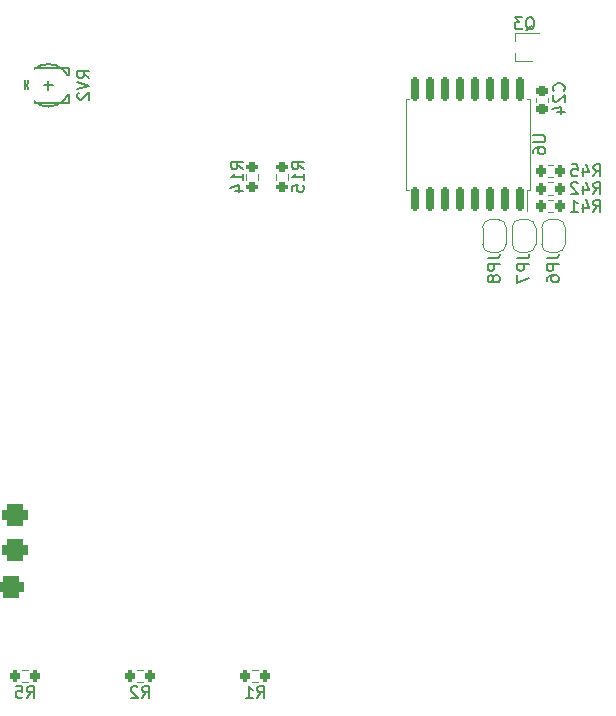
<source format=gbo>
G04 #@! TF.GenerationSoftware,KiCad,Pcbnew,(6.0.7)*
G04 #@! TF.CreationDate,2022-10-03T20:14:31+03:00*
G04 #@! TF.ProjectId,ESP32_blAudio_portable,45535033-325f-4626-9c41-7564696f5f70,rev?*
G04 #@! TF.SameCoordinates,Original*
G04 #@! TF.FileFunction,Legend,Bot*
G04 #@! TF.FilePolarity,Positive*
%FSLAX46Y46*%
G04 Gerber Fmt 4.6, Leading zero omitted, Abs format (unit mm)*
G04 Created by KiCad (PCBNEW (6.0.7)) date 2022-10-03 20:14:31*
%MOMM*%
%LPD*%
G01*
G04 APERTURE LIST*
G04 Aperture macros list*
%AMRoundRect*
0 Rectangle with rounded corners*
0 $1 Rounding radius*
0 $2 $3 $4 $5 $6 $7 $8 $9 X,Y pos of 4 corners*
0 Add a 4 corners polygon primitive as box body*
4,1,4,$2,$3,$4,$5,$6,$7,$8,$9,$2,$3,0*
0 Add four circle primitives for the rounded corners*
1,1,$1+$1,$2,$3*
1,1,$1+$1,$4,$5*
1,1,$1+$1,$6,$7*
1,1,$1+$1,$8,$9*
0 Add four rect primitives between the rounded corners*
20,1,$1+$1,$2,$3,$4,$5,0*
20,1,$1+$1,$4,$5,$6,$7,0*
20,1,$1+$1,$6,$7,$8,$9,0*
20,1,$1+$1,$8,$9,$2,$3,0*%
%AMFreePoly0*
4,1,22,0.500000,-0.750000,0.000000,-0.750000,0.000000,-0.745033,-0.079941,-0.743568,-0.215256,-0.701293,-0.333266,-0.622738,-0.424486,-0.514219,-0.481581,-0.384460,-0.499164,-0.250000,-0.500000,-0.250000,-0.500000,0.250000,-0.499164,0.250000,-0.499963,0.256109,-0.478152,0.396186,-0.417904,0.524511,-0.324060,0.630769,-0.204165,0.706417,-0.067858,0.745374,0.000000,0.744959,0.000000,0.750000,
0.500000,0.750000,0.500000,-0.750000,0.500000,-0.750000,$1*%
%AMFreePoly1*
4,1,20,0.000000,0.744959,0.073905,0.744508,0.209726,0.703889,0.328688,0.626782,0.421226,0.519385,0.479903,0.390333,0.500000,0.250000,0.500000,-0.250000,0.499851,-0.262216,0.476331,-0.402017,0.414519,-0.529596,0.319384,-0.634700,0.198574,-0.708877,0.061801,-0.746166,0.000000,-0.745033,0.000000,-0.750000,-0.500000,-0.750000,-0.500000,0.750000,0.000000,0.750000,0.000000,0.744959,
0.000000,0.744959,$1*%
G04 Aperture macros list end*
%ADD10C,0.150000*%
%ADD11C,0.120000*%
%ADD12C,1.300000*%
%ADD13RoundRect,0.450000X-0.650000X-0.450000X0.650000X-0.450000X0.650000X0.450000X-0.650000X0.450000X0*%
%ADD14RoundRect,0.450000X0.450000X-0.650000X0.450000X0.650000X-0.450000X0.650000X-0.450000X-0.650000X0*%
%ADD15R,1.700000X1.700000*%
%ADD16O,1.700000X1.700000*%
%ADD17C,2.000000*%
%ADD18R,3.200000X2.000000*%
%ADD19R,2.000000X2.000000*%
%ADD20C,4.000000*%
%ADD21C,1.800000*%
%ADD22C,3.200000*%
%ADD23RoundRect,0.225000X-0.250000X0.225000X-0.250000X-0.225000X0.250000X-0.225000X0.250000X0.225000X0*%
%ADD24FreePoly0,90.000000*%
%ADD25FreePoly1,90.000000*%
%ADD26R,0.700000X0.450000*%
%ADD27RoundRect,0.200000X-0.200000X-0.275000X0.200000X-0.275000X0.200000X0.275000X-0.200000X0.275000X0*%
%ADD28RoundRect,0.200000X0.275000X-0.200000X0.275000X0.200000X-0.275000X0.200000X-0.275000X-0.200000X0*%
%ADD29RoundRect,0.150000X0.150000X-0.875000X0.150000X0.875000X-0.150000X0.875000X-0.150000X-0.875000X0*%
%ADD30R,1.200000X1.200000*%
%ADD31R,1.500000X1.600000*%
G04 APERTURE END LIST*
D10*
X107607142Y-29216562D02*
X107654761Y-29168943D01*
X107702380Y-29026086D01*
X107702380Y-28930848D01*
X107654761Y-28787991D01*
X107559523Y-28692753D01*
X107464285Y-28645134D01*
X107273809Y-28597515D01*
X107130952Y-28597515D01*
X106940476Y-28645134D01*
X106845238Y-28692753D01*
X106750000Y-28787991D01*
X106702380Y-28930848D01*
X106702380Y-29026086D01*
X106750000Y-29168943D01*
X106797619Y-29216562D01*
X106797619Y-29597515D02*
X106750000Y-29645134D01*
X106702380Y-29740372D01*
X106702380Y-29978467D01*
X106750000Y-30073705D01*
X106797619Y-30121324D01*
X106892857Y-30168943D01*
X106988095Y-30168943D01*
X107130952Y-30121324D01*
X107702380Y-29549896D01*
X107702380Y-30168943D01*
X107035714Y-31026086D02*
X107702380Y-31026086D01*
X106654761Y-30787991D02*
X107369047Y-30549896D01*
X107369047Y-31168943D01*
X101202380Y-43416666D02*
X101916666Y-43416666D01*
X102059523Y-43369047D01*
X102154761Y-43273809D01*
X102202380Y-43130952D01*
X102202380Y-43035714D01*
X102202380Y-43892857D02*
X101202380Y-43892857D01*
X101202380Y-44273809D01*
X101250000Y-44369047D01*
X101297619Y-44416666D01*
X101392857Y-44464285D01*
X101535714Y-44464285D01*
X101630952Y-44416666D01*
X101678571Y-44369047D01*
X101726190Y-44273809D01*
X101726190Y-43892857D01*
X101630952Y-45035714D02*
X101583333Y-44940476D01*
X101535714Y-44892857D01*
X101440476Y-44845238D01*
X101392857Y-44845238D01*
X101297619Y-44892857D01*
X101250000Y-44940476D01*
X101202380Y-45035714D01*
X101202380Y-45226190D01*
X101250000Y-45321428D01*
X101297619Y-45369047D01*
X101392857Y-45416666D01*
X101440476Y-45416666D01*
X101535714Y-45369047D01*
X101583333Y-45321428D01*
X101630952Y-45226190D01*
X101630952Y-45035714D01*
X101678571Y-44940476D01*
X101726190Y-44892857D01*
X101821428Y-44845238D01*
X102011904Y-44845238D01*
X102107142Y-44892857D01*
X102154761Y-44940476D01*
X102202380Y-45035714D01*
X102202380Y-45226190D01*
X102154761Y-45321428D01*
X102107142Y-45369047D01*
X102011904Y-45416666D01*
X101821428Y-45416666D01*
X101726190Y-45369047D01*
X101678571Y-45321428D01*
X101630952Y-45226190D01*
X104395238Y-24097619D02*
X104490476Y-24050000D01*
X104585714Y-23954761D01*
X104728571Y-23811904D01*
X104823809Y-23764285D01*
X104919047Y-23764285D01*
X104871428Y-24002380D02*
X104966666Y-23954761D01*
X105061904Y-23859523D01*
X105109523Y-23669047D01*
X105109523Y-23335714D01*
X105061904Y-23145238D01*
X104966666Y-23050000D01*
X104871428Y-23002380D01*
X104680952Y-23002380D01*
X104585714Y-23050000D01*
X104490476Y-23145238D01*
X104442857Y-23335714D01*
X104442857Y-23669047D01*
X104490476Y-23859523D01*
X104585714Y-23954761D01*
X104680952Y-24002380D01*
X104871428Y-24002380D01*
X104109523Y-23002380D02*
X103490476Y-23002380D01*
X103823809Y-23383333D01*
X103680952Y-23383333D01*
X103585714Y-23430952D01*
X103538095Y-23478571D01*
X103490476Y-23573809D01*
X103490476Y-23811904D01*
X103538095Y-23907142D01*
X103585714Y-23954761D01*
X103680952Y-24002380D01*
X103966666Y-24002380D01*
X104061904Y-23954761D01*
X104109523Y-23907142D01*
X71916666Y-80632380D02*
X72250000Y-80156190D01*
X72488095Y-80632380D02*
X72488095Y-79632380D01*
X72107142Y-79632380D01*
X72011904Y-79680000D01*
X71964285Y-79727619D01*
X71916666Y-79822857D01*
X71916666Y-79965714D01*
X71964285Y-80060952D01*
X72011904Y-80108571D01*
X72107142Y-80156190D01*
X72488095Y-80156190D01*
X71535714Y-79727619D02*
X71488095Y-79680000D01*
X71392857Y-79632380D01*
X71154761Y-79632380D01*
X71059523Y-79680000D01*
X71011904Y-79727619D01*
X70964285Y-79822857D01*
X70964285Y-79918095D01*
X71011904Y-80060952D01*
X71583333Y-80632380D01*
X70964285Y-80632380D01*
X62166666Y-80632380D02*
X62500000Y-80156190D01*
X62738095Y-80632380D02*
X62738095Y-79632380D01*
X62357142Y-79632380D01*
X62261904Y-79680000D01*
X62214285Y-79727619D01*
X62166666Y-79822857D01*
X62166666Y-79965714D01*
X62214285Y-80060952D01*
X62261904Y-80108571D01*
X62357142Y-80156190D01*
X62738095Y-80156190D01*
X61261904Y-79632380D02*
X61738095Y-79632380D01*
X61785714Y-80108571D01*
X61738095Y-80060952D01*
X61642857Y-80013333D01*
X61404761Y-80013333D01*
X61309523Y-80060952D01*
X61261904Y-80108571D01*
X61214285Y-80203809D01*
X61214285Y-80441904D01*
X61261904Y-80537142D01*
X61309523Y-80584761D01*
X61404761Y-80632380D01*
X61642857Y-80632380D01*
X61738095Y-80584761D01*
X61785714Y-80537142D01*
X110142857Y-39452380D02*
X110476190Y-38976190D01*
X110714285Y-39452380D02*
X110714285Y-38452380D01*
X110333333Y-38452380D01*
X110238095Y-38500000D01*
X110190476Y-38547619D01*
X110142857Y-38642857D01*
X110142857Y-38785714D01*
X110190476Y-38880952D01*
X110238095Y-38928571D01*
X110333333Y-38976190D01*
X110714285Y-38976190D01*
X109285714Y-38785714D02*
X109285714Y-39452380D01*
X109523809Y-38404761D02*
X109761904Y-39119047D01*
X109142857Y-39119047D01*
X108238095Y-39452380D02*
X108809523Y-39452380D01*
X108523809Y-39452380D02*
X108523809Y-38452380D01*
X108619047Y-38595238D01*
X108714285Y-38690476D01*
X108809523Y-38738095D01*
X103702380Y-43416666D02*
X104416666Y-43416666D01*
X104559523Y-43369047D01*
X104654761Y-43273809D01*
X104702380Y-43130952D01*
X104702380Y-43035714D01*
X104702380Y-43892857D02*
X103702380Y-43892857D01*
X103702380Y-44273809D01*
X103750000Y-44369047D01*
X103797619Y-44416666D01*
X103892857Y-44464285D01*
X104035714Y-44464285D01*
X104130952Y-44416666D01*
X104178571Y-44369047D01*
X104226190Y-44273809D01*
X104226190Y-43892857D01*
X103702380Y-44797619D02*
X103702380Y-45464285D01*
X104702380Y-45035714D01*
X80452380Y-35857142D02*
X79976190Y-35523809D01*
X80452380Y-35285714D02*
X79452380Y-35285714D01*
X79452380Y-35666666D01*
X79500000Y-35761904D01*
X79547619Y-35809523D01*
X79642857Y-35857142D01*
X79785714Y-35857142D01*
X79880952Y-35809523D01*
X79928571Y-35761904D01*
X79976190Y-35666666D01*
X79976190Y-35285714D01*
X80452380Y-36809523D02*
X80452380Y-36238095D01*
X80452380Y-36523809D02*
X79452380Y-36523809D01*
X79595238Y-36428571D01*
X79690476Y-36333333D01*
X79738095Y-36238095D01*
X79785714Y-37666666D02*
X80452380Y-37666666D01*
X79404761Y-37428571D02*
X80119047Y-37190476D01*
X80119047Y-37809523D01*
X105052380Y-32988095D02*
X105861904Y-32988095D01*
X105957142Y-33035714D01*
X106004761Y-33083333D01*
X106052380Y-33178571D01*
X106052380Y-33369047D01*
X106004761Y-33464285D01*
X105957142Y-33511904D01*
X105861904Y-33559523D01*
X105052380Y-33559523D01*
X105052380Y-34464285D02*
X105052380Y-34273809D01*
X105100000Y-34178571D01*
X105147619Y-34130952D01*
X105290476Y-34035714D01*
X105480952Y-33988095D01*
X105861904Y-33988095D01*
X105957142Y-34035714D01*
X106004761Y-34083333D01*
X106052380Y-34178571D01*
X106052380Y-34369047D01*
X106004761Y-34464285D01*
X105957142Y-34511904D01*
X105861904Y-34559523D01*
X105623809Y-34559523D01*
X105528571Y-34511904D01*
X105480952Y-34464285D01*
X105433333Y-34369047D01*
X105433333Y-34178571D01*
X105480952Y-34083333D01*
X105528571Y-34035714D01*
X105623809Y-33988095D01*
X67452380Y-28154761D02*
X66976190Y-27821428D01*
X67452380Y-27583333D02*
X66452380Y-27583333D01*
X66452380Y-27964285D01*
X66500000Y-28059523D01*
X66547619Y-28107142D01*
X66642857Y-28154761D01*
X66785714Y-28154761D01*
X66880952Y-28107142D01*
X66928571Y-28059523D01*
X66976190Y-27964285D01*
X66976190Y-27583333D01*
X66452380Y-28440476D02*
X67452380Y-28773809D01*
X66452380Y-29107142D01*
X66547619Y-29392857D02*
X66500000Y-29440476D01*
X66452380Y-29535714D01*
X66452380Y-29773809D01*
X66500000Y-29869047D01*
X66547619Y-29916666D01*
X66642857Y-29964285D01*
X66738095Y-29964285D01*
X66880952Y-29916666D01*
X67452380Y-29345238D01*
X67452380Y-29964285D01*
X110142857Y-37952380D02*
X110476190Y-37476190D01*
X110714285Y-37952380D02*
X110714285Y-36952380D01*
X110333333Y-36952380D01*
X110238095Y-37000000D01*
X110190476Y-37047619D01*
X110142857Y-37142857D01*
X110142857Y-37285714D01*
X110190476Y-37380952D01*
X110238095Y-37428571D01*
X110333333Y-37476190D01*
X110714285Y-37476190D01*
X109285714Y-37285714D02*
X109285714Y-37952380D01*
X109523809Y-36904761D02*
X109761904Y-37619047D01*
X109142857Y-37619047D01*
X108809523Y-37047619D02*
X108761904Y-37000000D01*
X108666666Y-36952380D01*
X108428571Y-36952380D01*
X108333333Y-37000000D01*
X108285714Y-37047619D01*
X108238095Y-37142857D01*
X108238095Y-37238095D01*
X108285714Y-37380952D01*
X108857142Y-37952380D01*
X108238095Y-37952380D01*
X110142857Y-36452380D02*
X110476190Y-35976190D01*
X110714285Y-36452380D02*
X110714285Y-35452380D01*
X110333333Y-35452380D01*
X110238095Y-35500000D01*
X110190476Y-35547619D01*
X110142857Y-35642857D01*
X110142857Y-35785714D01*
X110190476Y-35880952D01*
X110238095Y-35928571D01*
X110333333Y-35976190D01*
X110714285Y-35976190D01*
X109285714Y-35785714D02*
X109285714Y-36452380D01*
X109523809Y-35404761D02*
X109761904Y-36119047D01*
X109142857Y-36119047D01*
X108285714Y-35452380D02*
X108761904Y-35452380D01*
X108809523Y-35928571D01*
X108761904Y-35880952D01*
X108666666Y-35833333D01*
X108428571Y-35833333D01*
X108333333Y-35880952D01*
X108285714Y-35928571D01*
X108238095Y-36023809D01*
X108238095Y-36261904D01*
X108285714Y-36357142D01*
X108333333Y-36404761D01*
X108428571Y-36452380D01*
X108666666Y-36452380D01*
X108761904Y-36404761D01*
X108809523Y-36357142D01*
X81666666Y-80632380D02*
X82000000Y-80156190D01*
X82238095Y-80632380D02*
X82238095Y-79632380D01*
X81857142Y-79632380D01*
X81761904Y-79680000D01*
X81714285Y-79727619D01*
X81666666Y-79822857D01*
X81666666Y-79965714D01*
X81714285Y-80060952D01*
X81761904Y-80108571D01*
X81857142Y-80156190D01*
X82238095Y-80156190D01*
X80714285Y-80632380D02*
X81285714Y-80632380D01*
X81000000Y-80632380D02*
X81000000Y-79632380D01*
X81095238Y-79775238D01*
X81190476Y-79870476D01*
X81285714Y-79918095D01*
X106202380Y-43416666D02*
X106916666Y-43416666D01*
X107059523Y-43369047D01*
X107154761Y-43273809D01*
X107202380Y-43130952D01*
X107202380Y-43035714D01*
X107202380Y-43892857D02*
X106202380Y-43892857D01*
X106202380Y-44273809D01*
X106250000Y-44369047D01*
X106297619Y-44416666D01*
X106392857Y-44464285D01*
X106535714Y-44464285D01*
X106630952Y-44416666D01*
X106678571Y-44369047D01*
X106726190Y-44273809D01*
X106726190Y-43892857D01*
X106202380Y-45321428D02*
X106202380Y-45130952D01*
X106250000Y-45035714D01*
X106297619Y-44988095D01*
X106440476Y-44892857D01*
X106630952Y-44845238D01*
X107011904Y-44845238D01*
X107107142Y-44892857D01*
X107154761Y-44940476D01*
X107202380Y-45035714D01*
X107202380Y-45226190D01*
X107154761Y-45321428D01*
X107107142Y-45369047D01*
X107011904Y-45416666D01*
X106773809Y-45416666D01*
X106678571Y-45369047D01*
X106630952Y-45321428D01*
X106583333Y-45226190D01*
X106583333Y-45035714D01*
X106630952Y-44940476D01*
X106678571Y-44892857D01*
X106773809Y-44845238D01*
X85632380Y-35857142D02*
X85156190Y-35523809D01*
X85632380Y-35285714D02*
X84632380Y-35285714D01*
X84632380Y-35666666D01*
X84680000Y-35761904D01*
X84727619Y-35809523D01*
X84822857Y-35857142D01*
X84965714Y-35857142D01*
X85060952Y-35809523D01*
X85108571Y-35761904D01*
X85156190Y-35666666D01*
X85156190Y-35285714D01*
X85632380Y-36809523D02*
X85632380Y-36238095D01*
X85632380Y-36523809D02*
X84632380Y-36523809D01*
X84775238Y-36428571D01*
X84870476Y-36333333D01*
X84918095Y-36238095D01*
X84632380Y-37714285D02*
X84632380Y-37238095D01*
X85108571Y-37190476D01*
X85060952Y-37238095D01*
X85013333Y-37333333D01*
X85013333Y-37571428D01*
X85060952Y-37666666D01*
X85108571Y-37714285D01*
X85203809Y-37761904D01*
X85441904Y-37761904D01*
X85537142Y-37714285D01*
X85584761Y-37666666D01*
X85632380Y-37571428D01*
X85632380Y-37333333D01*
X85584761Y-37238095D01*
X85537142Y-37190476D01*
D11*
X106260000Y-29859420D02*
X106260000Y-30140580D01*
X105240000Y-29859420D02*
X105240000Y-30140580D01*
X102050000Y-40100000D02*
X101450000Y-40100000D01*
X102750000Y-42200000D02*
X102750000Y-40800000D01*
X101450000Y-42900000D02*
X102050000Y-42900000D01*
X100750000Y-40800000D02*
X100750000Y-42200000D01*
X101450000Y-40100000D02*
G75*
G03*
X100750000Y-40800000I0J-700000D01*
G01*
X102050000Y-42900000D02*
G75*
G03*
X102750000Y-42200000I1J699999D01*
G01*
X100750000Y-42200000D02*
G75*
G03*
X101450000Y-42900000I699999J-1D01*
G01*
X102750000Y-40800000D02*
G75*
G03*
X102050000Y-40100000I-700000J0D01*
G01*
X103520000Y-26000000D02*
X103520000Y-26660000D01*
X103520000Y-24340000D02*
X103520000Y-25000000D01*
X104930000Y-26660000D02*
X103520000Y-26660000D01*
X103520000Y-24340000D02*
X105550000Y-24340000D01*
X71512742Y-79272500D02*
X71987258Y-79272500D01*
X71512742Y-78227500D02*
X71987258Y-78227500D01*
X61762742Y-79272500D02*
X62237258Y-79272500D01*
X61762742Y-78227500D02*
X62237258Y-78227500D01*
X106262742Y-39522500D02*
X106737258Y-39522500D01*
X106262742Y-38477500D02*
X106737258Y-38477500D01*
X105250000Y-42200000D02*
X105250000Y-40800000D01*
X103950000Y-42900000D02*
X104550000Y-42900000D01*
X104550000Y-40100000D02*
X103950000Y-40100000D01*
X103250000Y-40800000D02*
X103250000Y-42200000D01*
X105250000Y-40800000D02*
G75*
G03*
X104550000Y-40100000I-700000J0D01*
G01*
X103950000Y-40100000D02*
G75*
G03*
X103250000Y-40800000I0J-700000D01*
G01*
X104550000Y-42900000D02*
G75*
G03*
X105250000Y-42200000I1J699999D01*
G01*
X103250000Y-42200000D02*
G75*
G03*
X103950000Y-42900000I699999J-1D01*
G01*
X80727500Y-36737258D02*
X80727500Y-36262742D01*
X81772500Y-36737258D02*
X81772500Y-36262742D01*
X94240000Y-33750000D02*
X94240000Y-29890000D01*
X104760000Y-33750000D02*
X104760000Y-37610000D01*
X104760000Y-37610000D02*
X104505000Y-37610000D01*
X104760000Y-29890000D02*
X104505000Y-29890000D01*
X104505000Y-37610000D02*
X104505000Y-39425000D01*
X94240000Y-29890000D02*
X94495000Y-29890000D01*
X104760000Y-33750000D02*
X104760000Y-29890000D01*
X94240000Y-37610000D02*
X94495000Y-37610000D01*
X94240000Y-33750000D02*
X94240000Y-37610000D01*
D10*
X62000000Y-30250000D02*
X62000000Y-27250000D01*
X65750000Y-30250000D02*
X65750000Y-27250000D01*
X62000000Y-30250000D02*
X65750000Y-30250000D01*
X64400000Y-28750000D02*
X63600000Y-28750000D01*
X65750000Y-27250000D02*
X62000000Y-27250000D01*
X64000000Y-29150000D02*
X64000000Y-28350000D01*
X65800000Y-28750000D02*
G75*
G03*
X65800000Y-28750000I-1800000J0D01*
G01*
D11*
X106262742Y-36977500D02*
X106737258Y-36977500D01*
X106262742Y-38022500D02*
X106737258Y-38022500D01*
X106262742Y-36522500D02*
X106737258Y-36522500D01*
X106262742Y-35477500D02*
X106737258Y-35477500D01*
X81262742Y-78227500D02*
X81737258Y-78227500D01*
X81262742Y-79272500D02*
X81737258Y-79272500D01*
X107750000Y-42200000D02*
X107750000Y-40800000D01*
X106450000Y-42900000D02*
X107050000Y-42900000D01*
X107050000Y-40100000D02*
X106450000Y-40100000D01*
X105750000Y-40800000D02*
X105750000Y-42200000D01*
X106450000Y-40100000D02*
G75*
G03*
X105750000Y-40800000I0J-700000D01*
G01*
X107750000Y-40800000D02*
G75*
G03*
X107050000Y-40100000I-700000J0D01*
G01*
X107050000Y-42900000D02*
G75*
G03*
X107750000Y-42200000I1J699999D01*
G01*
X105750000Y-42200000D02*
G75*
G03*
X106450000Y-42900000I699999J-1D01*
G01*
X83227500Y-36737258D02*
X83227500Y-36262742D01*
X84272500Y-36737258D02*
X84272500Y-36262742D01*
%LPC*%
D12*
X53845000Y-66170000D03*
X53845000Y-72670000D03*
D13*
X58545000Y-66570000D03*
X61145000Y-65170000D03*
X57745000Y-73270000D03*
X60845000Y-71270000D03*
D14*
X52745000Y-69670000D03*
D13*
X61145000Y-68070000D03*
D15*
X128750000Y-48250000D03*
D16*
X128750000Y-50790000D03*
D15*
X118250000Y-25225000D03*
D16*
X118250000Y-27765000D03*
X118250000Y-30305000D03*
D17*
X125250000Y-75500000D03*
X125250000Y-80500000D03*
D18*
X118250000Y-83600000D03*
X118250000Y-72400000D03*
D17*
X110750000Y-78000000D03*
X110750000Y-80500000D03*
D19*
X110750000Y-75500000D03*
D20*
X105400000Y-77050000D03*
X96600000Y-77050000D03*
D21*
X103500000Y-84050000D03*
X101000000Y-84050000D03*
X98500000Y-84050000D03*
D22*
X130250000Y-83250000D03*
D17*
X130250000Y-29750000D03*
X130250000Y-23250000D03*
X125750000Y-29750000D03*
X125750000Y-23250000D03*
D15*
X91440000Y-58420000D03*
D16*
X88900000Y-58420000D03*
X86360000Y-58420000D03*
X83820000Y-58420000D03*
X81280000Y-58420000D03*
X78740000Y-58420000D03*
X76200000Y-58420000D03*
X73660000Y-58420000D03*
X71120000Y-58420000D03*
X68580000Y-58420000D03*
X66040000Y-58420000D03*
X63500000Y-58420000D03*
X60960000Y-58420000D03*
X58420000Y-58420000D03*
X55880000Y-58420000D03*
D17*
X78250000Y-84250000D03*
X84750000Y-84250000D03*
X78250000Y-79750000D03*
X84750000Y-79750000D03*
X58750000Y-84250000D03*
X65250000Y-84250000D03*
X58750000Y-79750000D03*
X65250000Y-79750000D03*
D15*
X62230000Y-25375000D03*
D16*
X64770000Y-25375000D03*
X67310000Y-25375000D03*
X69850000Y-25375000D03*
X72390000Y-25375000D03*
X74930000Y-25375000D03*
X77470000Y-25375000D03*
X80010000Y-25375000D03*
X82550000Y-25375000D03*
X85090000Y-25375000D03*
X87630000Y-25375000D03*
X90170000Y-25375000D03*
X92710000Y-25375000D03*
X95250000Y-25375000D03*
X97790000Y-25375000D03*
X100330000Y-25375000D03*
D15*
X128750000Y-62500000D03*
D16*
X128750000Y-65040000D03*
D22*
X54250000Y-83250000D03*
D15*
X91440000Y-33020000D03*
D16*
X88900000Y-33020000D03*
X86360000Y-33020000D03*
X83820000Y-33020000D03*
X81280000Y-33020000D03*
X78740000Y-33020000D03*
X76200000Y-33020000D03*
X73660000Y-33020000D03*
X71120000Y-33020000D03*
X68580000Y-33020000D03*
X66040000Y-33020000D03*
X63500000Y-33020000D03*
X60960000Y-33020000D03*
X58420000Y-33020000D03*
X55880000Y-33020000D03*
D17*
X75000000Y-84250000D03*
X68500000Y-84250000D03*
X75000000Y-79750000D03*
X68500000Y-79750000D03*
D22*
X54250000Y-24250000D03*
X130250000Y-39750000D03*
D15*
X111725000Y-25250000D03*
D16*
X114265000Y-25250000D03*
D23*
X105750000Y-29225000D03*
X105750000Y-30775000D03*
D24*
X101750000Y-42150000D03*
D25*
X101750000Y-40850000D03*
D26*
X105250000Y-24850000D03*
X105250000Y-26150000D03*
X103250000Y-25500000D03*
D27*
X70925000Y-78750000D03*
X72575000Y-78750000D03*
X61175000Y-78750000D03*
X62825000Y-78750000D03*
X105675000Y-39000000D03*
X107325000Y-39000000D03*
D24*
X104250000Y-42150000D03*
D25*
X104250000Y-40850000D03*
D28*
X81250000Y-37325000D03*
X81250000Y-35675000D03*
D29*
X103945000Y-38400000D03*
X102675000Y-38400000D03*
X101405000Y-38400000D03*
X100135000Y-38400000D03*
X98865000Y-38400000D03*
X97595000Y-38400000D03*
X96325000Y-38400000D03*
X95055000Y-38400000D03*
X95055000Y-29100000D03*
X96325000Y-29100000D03*
X97595000Y-29100000D03*
X98865000Y-29100000D03*
X100135000Y-29100000D03*
X101405000Y-29100000D03*
X102675000Y-29100000D03*
X103945000Y-29100000D03*
D30*
X62200000Y-29750000D03*
D31*
X65450000Y-28750000D03*
D30*
X62200000Y-27750000D03*
D27*
X105675000Y-37500000D03*
X107325000Y-37500000D03*
X105675000Y-36000000D03*
X107325000Y-36000000D03*
X80675000Y-78750000D03*
X82325000Y-78750000D03*
D24*
X106750000Y-42150000D03*
D25*
X106750000Y-40850000D03*
D28*
X83750000Y-37325000D03*
X83750000Y-35675000D03*
M02*

</source>
